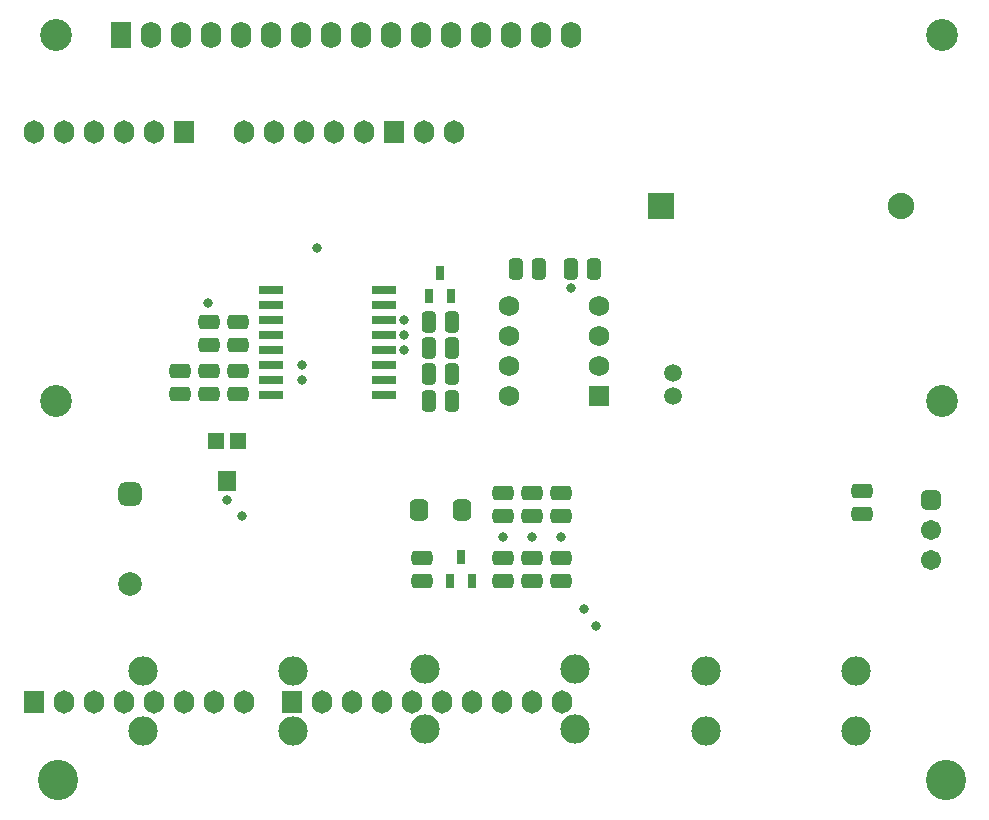
<source format=gts>
G04*
G04 #@! TF.GenerationSoftware,Altium Limited,Altium Designer,21.3.2 (30)*
G04*
G04 Layer_Color=8388736*
%FSTAX24Y24*%
%MOIN*%
G70*
G04*
G04 #@! TF.SameCoordinates,A58ECD2F-0E49-4CC9-AAE6-1995A15C2F52*
G04*
G04*
G04 #@! TF.FilePolarity,Negative*
G04*
G01*
G75*
%ADD27R,0.0790X0.0290*%
G04:AMPARAMS|DCode=28|XSize=71mil|YSize=49.3mil|CornerRadius=14.3mil|HoleSize=0mil|Usage=FLASHONLY|Rotation=0.000|XOffset=0mil|YOffset=0mil|HoleType=Round|Shape=RoundedRectangle|*
%AMROUNDEDRECTD28*
21,1,0.0710,0.0207,0,0,0.0*
21,1,0.0423,0.0493,0,0,0.0*
1,1,0.0287,0.0212,-0.0103*
1,1,0.0287,-0.0212,-0.0103*
1,1,0.0287,-0.0212,0.0103*
1,1,0.0287,0.0212,0.0103*
%
%ADD28ROUNDEDRECTD28*%
%ADD29R,0.0316X0.0474*%
G04:AMPARAMS|DCode=30|XSize=71mil|YSize=49.3mil|CornerRadius=14.3mil|HoleSize=0mil|Usage=FLASHONLY|Rotation=270.000|XOffset=0mil|YOffset=0mil|HoleType=Round|Shape=RoundedRectangle|*
%AMROUNDEDRECTD30*
21,1,0.0710,0.0207,0,0,270.0*
21,1,0.0423,0.0493,0,0,270.0*
1,1,0.0287,-0.0103,-0.0212*
1,1,0.0287,-0.0103,0.0212*
1,1,0.0287,0.0103,0.0212*
1,1,0.0287,0.0103,-0.0212*
%
%ADD30ROUNDEDRECTD30*%
%ADD31R,0.0552X0.0552*%
%ADD32R,0.0631X0.0671*%
G04:AMPARAMS|DCode=33|XSize=63.1mil|YSize=71mil|CornerRadius=17.8mil|HoleSize=0mil|Usage=FLASHONLY|Rotation=180.000|XOffset=0mil|YOffset=0mil|HoleType=Round|Shape=RoundedRectangle|*
%AMROUNDEDRECTD33*
21,1,0.0631,0.0354,0,0,180.0*
21,1,0.0276,0.0710,0,0,180.0*
1,1,0.0356,-0.0138,0.0177*
1,1,0.0356,0.0138,0.0177*
1,1,0.0356,0.0138,-0.0177*
1,1,0.0356,-0.0138,-0.0177*
%
%ADD33ROUNDEDRECTD33*%
%ADD34C,0.1064*%
%ADD35O,0.0680X0.0880*%
%ADD36R,0.0680X0.0880*%
%ADD37O,0.0680X0.0780*%
%ADD38R,0.0680X0.0780*%
%ADD39C,0.0592*%
%ADD40C,0.1340*%
%ADD41C,0.0980*%
G04:AMPARAMS|DCode=42|XSize=78.9mil|YSize=78.9mil|CornerRadius=21.7mil|HoleSize=0mil|Usage=FLASHONLY|Rotation=270.000|XOffset=0mil|YOffset=0mil|HoleType=Round|Shape=RoundedRectangle|*
%AMROUNDEDRECTD42*
21,1,0.0789,0.0354,0,0,270.0*
21,1,0.0354,0.0789,0,0,270.0*
1,1,0.0434,-0.0177,-0.0177*
1,1,0.0434,-0.0177,0.0177*
1,1,0.0434,0.0177,0.0177*
1,1,0.0434,0.0177,-0.0177*
%
%ADD42ROUNDEDRECTD42*%
%ADD43C,0.0789*%
%ADD44R,0.0680X0.0680*%
%ADD45C,0.0680*%
%ADD46C,0.0671*%
G04:AMPARAMS|DCode=47|XSize=67.1mil|YSize=67.1mil|CornerRadius=18.8mil|HoleSize=0mil|Usage=FLASHONLY|Rotation=270.000|XOffset=0mil|YOffset=0mil|HoleType=Round|Shape=RoundedRectangle|*
%AMROUNDEDRECTD47*
21,1,0.0671,0.0295,0,0,270.0*
21,1,0.0295,0.0671,0,0,270.0*
1,1,0.0375,-0.0148,-0.0148*
1,1,0.0375,-0.0148,0.0148*
1,1,0.0375,0.0148,0.0148*
1,1,0.0375,0.0148,-0.0148*
%
%ADD47ROUNDEDRECTD47*%
%ADD48C,0.0880*%
%ADD49R,0.0880X0.0880*%
%ADD50C,0.0330*%
D27*
X04492Y03105D02*
D03*
Y03155D02*
D03*
Y03205D02*
D03*
Y03255D02*
D03*
Y03305D02*
D03*
Y03355D02*
D03*
Y03405D02*
D03*
Y03455D02*
D03*
X04868D02*
D03*
Y03405D02*
D03*
Y03355D02*
D03*
Y03305D02*
D03*
Y03255D02*
D03*
Y03205D02*
D03*
Y03155D02*
D03*
Y03105D02*
D03*
D28*
X0646Y027834D02*
D03*
Y027066D02*
D03*
X05265Y024832D02*
D03*
Y0256D02*
D03*
X053618Y024832D02*
D03*
Y0256D02*
D03*
X054585Y024832D02*
D03*
Y0256D02*
D03*
X043814Y03272D02*
D03*
Y033487D02*
D03*
Y031854D02*
D03*
Y031086D02*
D03*
X042826Y031837D02*
D03*
Y03107D02*
D03*
X04995Y025605D02*
D03*
Y024838D02*
D03*
X054585Y027784D02*
D03*
Y027016D02*
D03*
X053618Y027784D02*
D03*
Y027016D02*
D03*
X05265Y027784D02*
D03*
Y027016D02*
D03*
X042834Y03272D02*
D03*
Y033487D02*
D03*
X041876Y031837D02*
D03*
Y03107D02*
D03*
D29*
X050544Y035128D02*
D03*
X050918Y034341D02*
D03*
X05017D02*
D03*
X050876Y024856D02*
D03*
X051624D02*
D03*
X05125Y025644D02*
D03*
D30*
X053834Y03525D02*
D03*
X053066D02*
D03*
X054916D02*
D03*
X055684D02*
D03*
X05017Y033487D02*
D03*
X050938D02*
D03*
X05017Y030852D02*
D03*
X050938D02*
D03*
X05017Y031731D02*
D03*
X050938D02*
D03*
X05017Y032609D02*
D03*
X050938D02*
D03*
D31*
X043086Y029499D02*
D03*
X043814D02*
D03*
D32*
X04345Y02819D02*
D03*
D33*
X049841Y0272D02*
D03*
X051259D02*
D03*
D34*
X037735Y030845D02*
D03*
X067262D02*
D03*
Y04305D02*
D03*
X037735D02*
D03*
D35*
X0549D02*
D03*
X0539D02*
D03*
X0529D02*
D03*
X0519D02*
D03*
X0509D02*
D03*
X0499D02*
D03*
X0489D02*
D03*
X0479D02*
D03*
X0469D02*
D03*
X0459D02*
D03*
X0449D02*
D03*
X0439D02*
D03*
X0429D02*
D03*
X0419D02*
D03*
X0409D02*
D03*
D36*
X0399D02*
D03*
D37*
X0546Y0208D02*
D03*
X0536D02*
D03*
X051Y0398D02*
D03*
X05D02*
D03*
X048D02*
D03*
X047D02*
D03*
X046D02*
D03*
X045D02*
D03*
X044D02*
D03*
X041D02*
D03*
X04D02*
D03*
X039D02*
D03*
X038D02*
D03*
X037D02*
D03*
X038Y0208D02*
D03*
X039D02*
D03*
X04D02*
D03*
X041D02*
D03*
X042D02*
D03*
X043D02*
D03*
X044D02*
D03*
X0466D02*
D03*
X0476D02*
D03*
X0486D02*
D03*
X0496D02*
D03*
X0506D02*
D03*
X0516D02*
D03*
X0526D02*
D03*
D38*
X049Y0398D02*
D03*
X042D02*
D03*
X037Y0208D02*
D03*
X0456D02*
D03*
D39*
X0583Y031025D02*
D03*
Y031775D02*
D03*
D40*
X0674Y0182D02*
D03*
X0378D02*
D03*
D41*
X04065Y01985D02*
D03*
Y02185D02*
D03*
X04565Y01985D02*
D03*
Y02185D02*
D03*
X0594Y01985D02*
D03*
Y02185D02*
D03*
X0644Y01985D02*
D03*
Y02185D02*
D03*
X050025Y0199D02*
D03*
Y0219D02*
D03*
X055025Y0199D02*
D03*
Y0219D02*
D03*
D42*
X0402Y02775D02*
D03*
D43*
Y02475D02*
D03*
D44*
X05585Y031D02*
D03*
D45*
Y032D02*
D03*
Y033D02*
D03*
Y034D02*
D03*
X05285D02*
D03*
Y033D02*
D03*
Y032D02*
D03*
Y031D02*
D03*
D46*
X0669Y02555D02*
D03*
Y02655D02*
D03*
D47*
Y02755D02*
D03*
D48*
X0659Y03735D02*
D03*
D49*
X0579D02*
D03*
D50*
X042816Y034116D02*
D03*
X04645Y03595D02*
D03*
X04395Y027D02*
D03*
X05535Y0239D02*
D03*
X05575Y02335D02*
D03*
X0549Y0346D02*
D03*
X04935Y03255D02*
D03*
X04595Y03205D02*
D03*
Y03155D02*
D03*
X04345Y02755D02*
D03*
X04935Y03305D02*
D03*
Y03355D02*
D03*
X054585Y026308D02*
D03*
X05265D02*
D03*
X053618D02*
D03*
M02*

</source>
